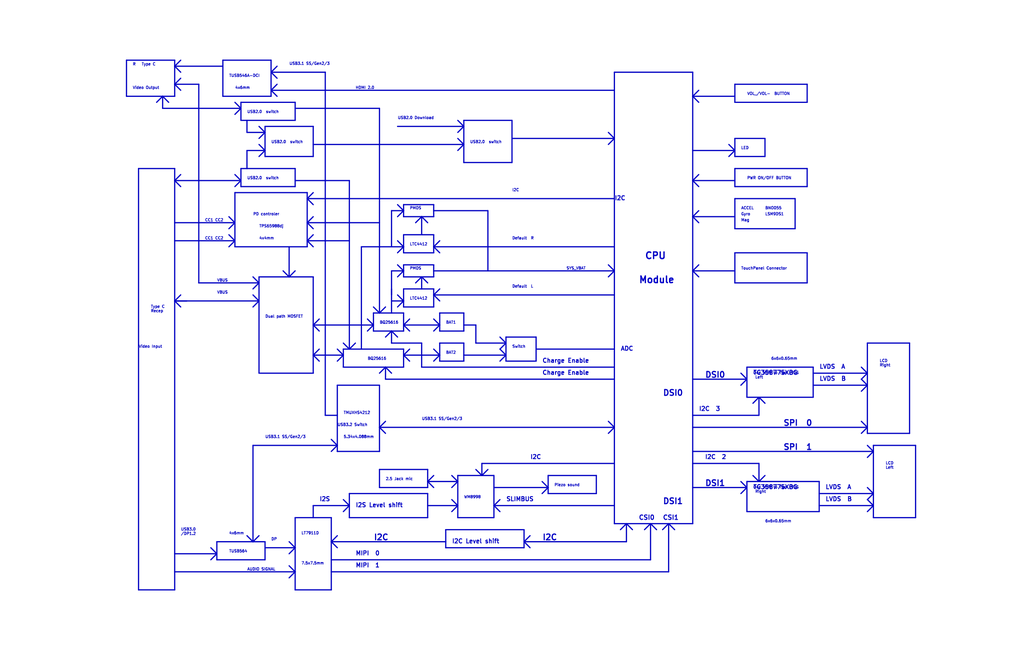
<source format=kicad_sch>
(kicad_sch (version 20211123) (generator eeschema)
  (paper "USLedger")
  (lib_symbols)
  (polyline (pts (xy 165.1 114.3) (xy 165.1 124.46)) (stroke (width 0.508) (type solid)))
  (polyline (pts (xy 365.76 162.56) (xy 363.22 165.1)) (stroke (width 0.508) (type solid)))
  (polyline (pts (xy 165.1 139.7) (xy 165.1 144.78)) (stroke (width 0.508) (type solid)))
  (polyline (pts (xy 182.88 147.32) (xy 185.42 149.86)) (stroke (width 0.508) (type solid)))
  (polyline (pts (xy 292.1 114.3) (xy 294.64 116.84)) (stroke (width 0.508) (type solid)))
  (polyline (pts (xy 101.6 78.74) (xy 124.46 78.74)) (stroke (width 0.508) (type solid)))
  (polyline (pts (xy 106.68 187.96) (xy 142.24 187.96)) (stroke (width 0.508) (type solid)))
  (polyline (pts (xy 205.74 88.9) (xy 205.74 114.3)) (stroke (width 0.508) (type solid)))
  (polyline (pts (xy 292.1 114.3) (xy 309.88 114.3)) (stroke (width 0.508) (type solid)))
  (polyline (pts (xy 292.1 175.26) (xy 320.04 175.26)) (stroke (width 0.508) (type solid)))
  (polyline (pts (xy 312.42 157.48) (xy 314.96 160.02)) (stroke (width 0.508) (type solid)))
  (polyline (pts (xy 182.88 124.46) (xy 185.42 127)) (stroke (width 0.508) (type solid)))
  (polyline (pts (xy 170.18 91.44) (xy 170.18 86.36)) (stroke (width 0.508) (type solid)))
  (polyline (pts (xy 111.76 63.5) (xy 109.22 60.96)) (stroke (width 0.508) (type solid)))
  (polyline (pts (xy 162.56 129.54) (xy 160.02 132.08)) (stroke (width 0.508) (type solid)))
  (polyline (pts (xy 53.34 40.64) (xy 73.66 40.64)) (stroke (width 0.508) (type solid)))
  (polyline (pts (xy 132.08 86.36) (xy 129.54 83.82)) (stroke (width 0.508) (type solid)))
  (polyline (pts (xy 162.56 154.94) (xy 160.02 157.48)) (stroke (width 0.508) (type solid)))
  (polyline (pts (xy 147.32 218.44) (xy 147.32 208.28)) (stroke (width 0.508) (type solid)))
  (polyline (pts (xy 101.6 45.72) (xy 99.06 48.26)) (stroke (width 0.508) (type solid)))
  (polyline (pts (xy 147.32 218.44) (xy 180.34 218.44)) (stroke (width 0.508) (type solid)))
  (polyline (pts (xy 124.46 248.92) (xy 124.46 218.44)) (stroke (width 0.508) (type solid)))
  (polyline (pts (xy 139.7 241.3) (xy 281.94 241.3)) (stroke (width 0.508) (type solid)))
  (polyline (pts (xy 363.22 177.8) (xy 365.76 180.34)) (stroke (width 0.508) (type solid)))
  (polyline (pts (xy 182.88 99.06) (xy 170.18 99.06)) (stroke (width 0.508) (type solid)))
  (polyline (pts (xy 177.8 116.84) (xy 175.26 119.38)) (stroke (width 0.508) (type solid)))
  (polyline (pts (xy 132.08 116.84) (xy 132.08 157.48)) (stroke (width 0.508) (type solid)))
  (polyline (pts (xy 195.58 60.96) (xy 193.04 58.42)) (stroke (width 0.508) (type solid)))
  (polyline (pts (xy 208.28 213.36) (xy 210.82 215.9)) (stroke (width 0.508) (type solid)))
  (polyline (pts (xy 111.76 231.14) (xy 124.46 231.14)) (stroke (width 0.508) (type solid)))
  (polyline (pts (xy 58.42 248.92) (xy 58.42 71.12)) (stroke (width 0.508) (type solid)))
  (polyline (pts (xy 177.8 91.44) (xy 180.34 93.98)) (stroke (width 0.508) (type solid)))
  (polyline (pts (xy 73.66 93.98) (xy 99.06 93.98)) (stroke (width 0.508) (type solid)))
  (polyline (pts (xy 111.76 55.88) (xy 109.22 58.42)) (stroke (width 0.508) (type solid)))
  (polyline (pts (xy 132.08 91.44) (xy 129.54 93.98)) (stroke (width 0.508) (type solid)))
  (polyline (pts (xy 180.34 198.12) (xy 160.02 198.12)) (stroke (width 0.508) (type solid)))
  (polyline (pts (xy 226.06 147.32) (xy 259.08 147.32)) (stroke (width 0.508) (type solid)))
  (polyline (pts (xy 345.44 203.2) (xy 345.44 215.9)) (stroke (width 0.508) (type solid)))
  (polyline (pts (xy 139.7 236.22) (xy 274.32 236.22)) (stroke (width 0.508) (type solid)))
  (polyline (pts (xy 281.94 220.98) (xy 279.4 223.52)) (stroke (width 0.508) (type solid)))
  (polyline (pts (xy 132.08 213.36) (xy 132.08 218.44)) (stroke (width 0.508) (type solid)))
  (polyline (pts (xy 76.2 25.4) (xy 73.66 27.94)) (stroke (width 0.508) (type solid)))
  (polyline (pts (xy 365.76 180.34) (xy 363.22 182.88)) (stroke (width 0.508) (type solid)))
  (polyline (pts (xy 73.66 101.6) (xy 99.06 101.6)) (stroke (width 0.508) (type solid)))
  (polyline (pts (xy 195.58 132.08) (xy 185.42 132.08)) (stroke (width 0.508) (type solid)))
  (polyline (pts (xy 182.88 104.14) (xy 185.42 106.68)) (stroke (width 0.508) (type solid)))
  (polyline (pts (xy 185.42 139.7) (xy 185.42 132.08)) (stroke (width 0.508) (type solid)))
  (polyline (pts (xy 170.18 104.14) (xy 167.64 106.68)) (stroke (width 0.508) (type solid)))
  (polyline (pts (xy 114.3 30.48) (xy 137.16 30.48)) (stroke (width 0.508) (type solid)))
  (polyline (pts (xy 149.86 144.78) (xy 147.32 147.32)) (stroke (width 0.508) (type solid)))
  (polyline (pts (xy 162.56 177.8) (xy 160.02 180.34)) (stroke (width 0.508) (type solid)))
  (polyline (pts (xy 177.8 121.92) (xy 177.8 116.84)) (stroke (width 0.508) (type solid)))
  (polyline (pts (xy 220.98 228.6) (xy 223.52 231.14)) (stroke (width 0.508) (type solid)))
  (polyline (pts (xy 322.58 58.42) (xy 322.58 66.04)) (stroke (width 0.508) (type solid)))
  (polyline (pts (xy 96.52 99.06) (xy 99.06 101.6)) (stroke (width 0.508) (type solid)))
  (polyline (pts (xy 292.1 76.2) (xy 309.88 76.2)) (stroke (width 0.508) (type solid)))
  (polyline (pts (xy 124.46 43.18) (xy 101.6 43.18)) (stroke (width 0.508) (type solid)))
  (polyline (pts (xy 309.88 78.74) (xy 309.88 71.12)) (stroke (width 0.508) (type solid)))
  (polyline (pts (xy 170.18 116.84) (xy 170.18 111.76)) (stroke (width 0.508) (type solid)))
  (polyline (pts (xy 124.46 71.12) (xy 124.46 78.74)) (stroke (width 0.508) (type solid)))
  (polyline (pts (xy 170.18 114.3) (xy 167.64 116.84)) (stroke (width 0.508) (type solid)))
  (polyline (pts (xy 160.02 180.34) (xy 162.56 182.88)) (stroke (width 0.508) (type solid)))
  (polyline (pts (xy 309.88 43.18) (xy 340.36 43.18)) (stroke (width 0.508) (type solid)))
  (polyline (pts (xy 309.88 96.52) (xy 335.28 96.52)) (stroke (width 0.508) (type solid)))
  (polyline (pts (xy 111.76 66.04) (xy 111.76 53.34)) (stroke (width 0.508) (type solid)))
  (polyline (pts (xy 274.32 220.98) (xy 271.78 223.52)) (stroke (width 0.508) (type solid)))
  (polyline (pts (xy 314.96 205.74) (xy 312.42 208.28)) (stroke (width 0.508) (type solid)))
  (polyline (pts (xy 180.34 213.36) (xy 193.04 213.36)) (stroke (width 0.508) (type solid)))
  (polyline (pts (xy 208.28 213.36) (xy 259.08 213.36)) (stroke (width 0.508) (type solid)))
  (polyline (pts (xy 142.24 190.5) (xy 160.02 190.5)) (stroke (width 0.508) (type solid)))
  (polyline (pts (xy 170.18 147.32) (xy 144.78 147.32)) (stroke (width 0.508) (type solid)))
  (polyline (pts (xy 111.76 55.88) (xy 109.22 53.34)) (stroke (width 0.508) (type solid)))
  (polyline (pts (xy 340.36 71.12) (xy 340.36 78.74)) (stroke (width 0.508) (type solid)))
  (polyline (pts (xy 165.1 114.3) (xy 170.18 114.3)) (stroke (width 0.508) (type solid)))
  (polyline (pts (xy 180.34 203.2) (xy 193.04 203.2)) (stroke (width 0.508) (type solid)))
  (polyline (pts (xy 368.3 208.28) (xy 365.76 210.82)) (stroke (width 0.508) (type solid)))
  (polyline (pts (xy 259.08 220.98) (xy 292.1 220.98)) (stroke (width 0.508) (type solid)))
  (polyline (pts (xy 314.96 215.9) (xy 345.44 215.9)) (stroke (width 0.508) (type solid)))
  (polyline (pts (xy 170.18 149.86) (xy 172.72 152.4)) (stroke (width 0.508) (type solid)))
  (polyline (pts (xy 314.96 167.64) (xy 314.96 154.94)) (stroke (width 0.508) (type solid)))
  (polyline (pts (xy 116.84 33.02) (xy 114.3 30.48)) (stroke (width 0.508) (type solid)))
  (polyline (pts (xy 170.18 129.54) (xy 182.88 129.54)) (stroke (width 0.508) (type solid)))
  (polyline (pts (xy 58.42 248.92) (xy 73.66 248.92)) (stroke (width 0.508) (type solid)))
  (polyline (pts (xy 124.46 45.72) (xy 160.02 45.72)) (stroke (width 0.508) (type solid)))
  (polyline (pts (xy 132.08 104.14) (xy 129.54 101.6)) (stroke (width 0.508) (type solid)))
  (polyline (pts (xy 177.8 116.84) (xy 180.34 119.38)) (stroke (width 0.508) (type solid)))
  (polyline (pts (xy 73.66 76.2) (xy 101.6 76.2)) (stroke (width 0.508) (type solid)))
  (polyline (pts (xy 365.76 157.48) (xy 363.22 160.02)) (stroke (width 0.508) (type solid)))
  (polyline (pts (xy 180.34 208.28) (xy 147.32 208.28)) (stroke (width 0.508) (type solid)))
  (polyline (pts (xy 259.08 58.42) (xy 256.54 55.88)) (stroke (width 0.508) (type solid)))
  (polyline (pts (xy 167.64 101.6) (xy 170.18 104.14)) (stroke (width 0.508) (type solid)))
  (polyline (pts (xy 195.58 144.78) (xy 185.42 144.78)) (stroke (width 0.508) (type solid)))
  (polyline (pts (xy 116.84 35.56) (xy 114.3 38.1)) (stroke (width 0.508) (type solid)))
  (polyline (pts (xy 132.08 81.28) (xy 129.54 83.82)) (stroke (width 0.508) (type solid)))
  (polyline (pts (xy 73.66 27.94) (xy 76.2 30.48)) (stroke (width 0.508) (type solid)))
  (polyline (pts (xy 167.64 111.76) (xy 170.18 114.3)) (stroke (width 0.508) (type solid)))
  (polyline (pts (xy 99.06 104.14) (xy 129.54 104.14)) (stroke (width 0.508) (type solid)))
  (polyline (pts (xy 264.16 228.6) (xy 264.16 220.98)) (stroke (width 0.508) (type solid)))
  (polyline (pts (xy 208.28 200.66) (xy 193.04 200.66)) (stroke (width 0.508) (type solid)))
  (polyline (pts (xy 134.62 134.62) (xy 132.08 137.16)) (stroke (width 0.508) (type solid)))
  (polyline (pts (xy 340.36 71.12) (xy 309.88 71.12)) (stroke (width 0.508) (type solid)))
  (polyline (pts (xy 132.08 60.96) (xy 195.58 60.96)) (stroke (width 0.508) (type solid)))
  (polyline (pts (xy 185.42 139.7) (xy 195.58 139.7)) (stroke (width 0.508) (type solid)))
  (polyline (pts (xy 132.08 137.16) (xy 157.48 137.16)) (stroke (width 0.508) (type solid)))
  (polyline (pts (xy 182.88 88.9) (xy 205.74 88.9)) (stroke (width 0.508) (type solid)))
  (polyline (pts (xy 314.96 215.9) (xy 314.96 203.2)) (stroke (width 0.508) (type solid)))
  (polyline (pts (xy 114.3 25.4) (xy 114.3 40.64)) (stroke (width 0.508) (type solid)))
  (polyline (pts (xy 111.76 63.5) (xy 109.22 66.04)) (stroke (width 0.508) (type solid)))
  (polyline (pts (xy 208.28 200.66) (xy 208.28 218.44)) (stroke (width 0.508) (type solid)))
  (polyline (pts (xy 124.46 114.3) (xy 121.92 116.84)) (stroke (width 0.508) (type solid)))
  (polyline (pts (xy 121.92 228.6) (xy 124.46 231.14)) (stroke (width 0.508) (type solid)))
  (polyline (pts (xy 185.42 121.92) (xy 182.88 124.46)) (stroke (width 0.508) (type solid)))
  (polyline (pts (xy 182.88 111.76) (xy 170.18 111.76)) (stroke (width 0.508) (type solid)))
  (polyline (pts (xy 142.24 190.5) (xy 142.24 162.56)) (stroke (width 0.508) (type solid)))
  (polyline (pts (xy 314.96 160.02) (xy 312.42 162.56)) (stroke (width 0.508) (type solid)))
  (polyline (pts (xy 177.8 154.94) (xy 259.08 154.94)) (stroke (width 0.508) (type solid)))
  (polyline (pts (xy 312.42 203.2) (xy 314.96 205.74)) (stroke (width 0.508) (type solid)))
  (polyline (pts (xy 170.18 132.08) (xy 170.18 139.7)) (stroke (width 0.508) (type solid)))
  (polyline (pts (xy 182.88 124.46) (xy 259.08 124.46)) (stroke (width 0.508) (type solid)))
  (polyline (pts (xy 292.1 30.48) (xy 292.1 220.98)) (stroke (width 0.508) (type solid)))
  (polyline (pts (xy 292.1 63.5) (xy 309.88 63.5)) (stroke (width 0.508) (type solid)))
  (polyline (pts (xy 281.94 220.98) (xy 284.48 223.52)) (stroke (width 0.508) (type solid)))
  (polyline (pts (xy 73.66 233.68) (xy 91.44 233.68)) (stroke (width 0.508) (type solid)))
  (polyline (pts (xy 309.88 66.04) (xy 309.88 58.42)) (stroke (width 0.508) (type solid)))
  (polyline (pts (xy 170.18 91.44) (xy 182.88 91.44)) (stroke (width 0.508) (type solid)))
  (polyline (pts (xy 109.22 157.48) (xy 109.22 116.84)) (stroke (width 0.508) (type solid)))
  (polyline (pts (xy 294.64 88.9) (xy 292.1 91.44)) (stroke (width 0.508) (type solid)))
  (polyline (pts (xy 111.76 66.04) (xy 132.08 66.04)) (stroke (width 0.508) (type solid)))
  (polyline (pts (xy 322.58 58.42) (xy 309.88 58.42)) (stroke (width 0.508) (type solid)))
  (polyline (pts (xy 292.1 160.02) (xy 314.96 160.02)) (stroke (width 0.508) (type solid)))
  (polyline (pts (xy 342.9 162.56) (xy 365.76 162.56)) (stroke (width 0.508) (type solid)))
  (polyline (pts (xy 129.54 101.6) (xy 147.32 101.6)) (stroke (width 0.508) (type solid)))
  (polyline (pts (xy 180.34 203.2) (xy 182.88 205.74)) (stroke (width 0.508) (type solid)))
  (polyline (pts (xy 132.08 53.34) (xy 132.08 66.04)) (stroke (width 0.508) (type solid)))
  (polyline (pts (xy 129.54 81.28) (xy 99.06 81.28)) (stroke (width 0.508) (type solid)))
  (polyline (pts (xy 208.28 205.74) (xy 231.14 205.74)) (stroke (width 0.508) (type solid)))
  (polyline (pts (xy 340.36 106.68) (xy 309.88 106.68)) (stroke (width 0.508) (type solid)))
  (polyline (pts (xy 91.44 233.68) (xy 88.9 231.14)) (stroke (width 0.508) (type solid)))
  (polyline (pts (xy 292.1 180.34) (xy 365.76 180.34)) (stroke (width 0.508) (type solid)))
  (polyline (pts (xy 292.1 40.64) (xy 309.88 40.64)) (stroke (width 0.508) (type solid)))
  (polyline (pts (xy 210.82 142.24) (xy 213.36 144.78)) (stroke (width 0.508) (type solid)))
  (polyline (pts (xy 172.72 134.62) (xy 170.18 137.16)) (stroke (width 0.508) (type solid)))
  (polyline (pts (xy 104.14 55.88) (xy 111.76 55.88)) (stroke (width 0.508) (type solid)))
  (polyline (pts (xy 83.82 35.56) (xy 83.82 119.38)) (stroke (width 0.508) (type solid)))
  (polyline (pts (xy 152.4 147.32) (xy 152.4 104.14)) (stroke (width 0.508) (type solid)))
  (polyline (pts (xy 182.88 134.62) (xy 185.42 137.16)) (stroke (width 0.508) (type solid)))
  (polyline (pts (xy 182.88 121.92) (xy 170.18 121.92)) (stroke (width 0.508) (type solid)))
  (polyline (pts (xy 124.46 76.2) (xy 147.32 76.2)) (stroke (width 0.508) (type solid)))
  (polyline (pts (xy 167.64 124.46) (xy 170.18 127)) (stroke (width 0.508) (type solid)))
  (polyline (pts (xy 215.9 50.8) (xy 215.9 68.58)) (stroke (width 0.508) (type solid)))
  (polyline (pts (xy 292.1 76.2) (xy 294.64 78.74)) (stroke (width 0.508) (type solid)))
  (polyline (pts (xy 200.66 198.12) (xy 203.2 200.66)) (stroke (width 0.508) (type solid)))
  (polyline (pts (xy 152.4 104.14) (xy 170.18 104.14)) (stroke (width 0.508) (type solid)))
  (polyline (pts (xy 157.48 137.16) (xy 154.94 139.7)) (stroke (width 0.508) (type solid)))
  (polyline (pts (xy 144.78 154.94) (xy 144.78 147.32)) (stroke (width 0.508) (type solid)))
  (polyline (pts (xy 101.6 76.2) (xy 99.06 78.74)) (stroke (width 0.508) (type solid)))
  (polyline (pts (xy 104.14 63.5) (xy 104.14 71.12)) (stroke (width 0.508) (type solid)))
  (polyline (pts (xy 195.58 53.34) (xy 193.04 50.8)) (stroke (width 0.508) (type solid)))
  (polyline (pts (xy 73.66 71.12) (xy 58.42 71.12)) (stroke (width 0.508) (type solid)))
  (polyline (pts (xy 76.2 124.46) (xy 73.66 127)) (stroke (width 0.508) (type solid)))
  (polyline (pts (xy 345.44 213.36) (xy 368.3 213.36)) (stroke (width 0.508) (type solid)))
  (polyline (pts (xy 73.66 241.3) (xy 124.46 241.3)) (stroke (width 0.508) (type solid)))
  (polyline (pts (xy 83.82 119.38) (xy 109.22 119.38)) (stroke (width 0.508) (type solid)))
  (polyline (pts (xy 340.36 35.56) (xy 309.88 35.56)) (stroke (width 0.508) (type solid)))
  (polyline (pts (xy 167.64 86.36) (xy 170.18 88.9)) (stroke (width 0.508) (type solid)))
  (polyline (pts (xy 193.04 203.2) (xy 190.5 200.66)) (stroke (width 0.508) (type solid)))
  (polyline (pts (xy 170.18 147.32) (xy 170.18 154.94)) (stroke (width 0.508) (type solid)))
  (polyline (pts (xy 68.58 45.72) (xy 101.6 45.72)) (stroke (width 0.508) (type solid)))
  (polyline (pts (xy 91.44 233.68) (xy 88.9 236.22)) (stroke (width 0.508) (type solid)))
  (polyline (pts (xy 322.58 200.66) (xy 320.04 203.2)) (stroke (width 0.508) (type solid)))
  (polyline (pts (xy 200.66 144.78) (xy 213.36 144.78)) (stroke (width 0.508) (type solid)))
  (polyline (pts (xy 124.46 43.18) (xy 124.46 50.8)) (stroke (width 0.508) (type solid)))
  (polyline (pts (xy 294.64 73.66) (xy 292.1 76.2)) (stroke (width 0.508) (type solid)))
  (polyline (pts (xy 109.22 119.38) (xy 106.68 121.92)) (stroke (width 0.508) (type solid)))
  (polyline (pts (xy 264.16 220.98) (xy 266.7 223.52)) (stroke (width 0.508) (type solid)))
  (polyline (pts (xy 139.7 218.44) (xy 139.7 248.92)) (stroke (width 0.508) (type solid)))
  (polyline (pts (xy 213.36 152.4) (xy 226.06 152.4)) (stroke (width 0.508) (type solid)))
  (polyline (pts (xy 368.3 213.36) (xy 365.76 215.9)) (stroke (width 0.508) (type solid)))
  (polyline (pts (xy 124.46 241.3) (xy 121.92 243.84)) (stroke (width 0.508) (type solid)))
  (polyline (pts (xy 109.22 157.48) (xy 132.08 157.48)) (stroke (width 0.508) (type solid)))
  (polyline (pts (xy 309.88 96.52) (xy 309.88 83.82)) (stroke (width 0.508) (type solid)))
  (polyline (pts (xy 165.1 139.7) (xy 167.64 142.24)) (stroke (width 0.508) (type solid)))
  (polyline (pts (xy 132.08 116.84) (xy 109.22 116.84)) (stroke (width 0.508) (type solid)))
  (polyline (pts (xy 114.3 38.1) (xy 259.08 38.1)) (stroke (width 0.508) (type solid)))
  (polyline (pts (xy 213.36 152.4) (xy 213.36 142.24)) (stroke (width 0.508) (type solid)))
  (polyline (pts (xy 170.18 127) (xy 167.64 129.54)) (stroke (width 0.508) (type solid)))
  (polyline (pts (xy 228.6 203.2) (xy 231.14 205.74)) (stroke (width 0.508) (type solid)))
  (polyline (pts (xy 170.18 132.08) (xy 157.48 132.08)) (stroke (width 0.508) (type solid)))
  (polyline (pts (xy 160.02 205.74) (xy 160.02 198.12)) (stroke (width 0.508) (type solid)))
  (polyline (pts (xy 101.6 50.8) (xy 124.46 50.8)) (stroke (width 0.508) (type solid)))
  (polyline (pts (xy 220.98 228.6) (xy 264.16 228.6)) (stroke (width 0.508) (type solid)))
  (polyline (pts (xy 170.18 149.86) (xy 185.42 149.86)) (stroke (width 0.508) (type solid)))
  (polyline (pts (xy 365.76 210.82) (xy 368.3 213.36)) (stroke (width 0.508) (type solid)))
  (polyline (pts (xy 292.1 91.44) (xy 309.88 91.44)) (stroke (width 0.508) (type solid)))
  (polyline (pts (xy 182.88 86.36) (xy 170.18 86.36)) (stroke (width 0.508) (type solid)))
  (polyline (pts (xy 99.06 101.6) (xy 96.52 104.14)) (stroke (width 0.508) (type solid)))
  (polyline (pts (xy 185.42 101.6) (xy 182.88 104.14)) (stroke (width 0.508) (type solid)))
  (polyline (pts (xy 177.8 144.78) (xy 177.8 154.94)) (stroke (width 0.508) (type solid)))
  (polyline (pts (xy 132.08 149.86) (xy 144.78 149.86)) (stroke (width 0.508) (type solid)))
  (polyline (pts (xy 193.04 218.44) (xy 208.28 218.44)) (stroke (width 0.508) (type solid)))
  (polyline (pts (xy 223.52 226.06) (xy 220.98 228.6)) (stroke (width 0.508) (type solid)))
  (polyline (pts (xy 182.88 86.36) (xy 182.88 91.44)) (stroke (width 0.508) (type solid)))
  (polyline (pts (xy 195.58 68.58) (xy 195.58 50.8)) (stroke (width 0.508) (type solid)))
  (polyline (pts (xy 195.58 60.96) (xy 193.04 63.5)) (stroke (width 0.508) (type solid)))
  (polyline (pts (xy 170.18 106.68) (xy 182.88 106.68)) (stroke (width 0.508) (type solid)))
  (polyline (pts (xy 215.9 50.8) (xy 195.58 50.8)) (stroke (width 0.508) (type solid)))
  (polyline (pts (xy 220.98 223.52) (xy 187.96 223.52)) (stroke (width 0.508) (type solid)))
  (polyline (pts (xy 124.46 248.92) (xy 139.7 248.92)) (stroke (width 0.508) (type solid)))
  (polyline (pts (xy 340.36 106.68) (xy 340.36 119.38)) (stroke (width 0.508) (type solid)))
  (polyline (pts (xy 220.98 223.52) (xy 220.98 231.14)) (stroke (width 0.508) (type solid)))
  (polyline (pts (xy 73.66 25.4) (xy 73.66 40.64)) (stroke (width 0.508) (type solid)))
  (polyline (pts (xy 109.22 127) (xy 106.68 129.54)) (stroke (width 0.508) (type solid)))
  (polyline (pts (xy 68.58 40.64) (xy 71.12 43.18)) (stroke (width 0.508) (type solid)))
  (polyline (pts (xy 170.18 129.54) (xy 170.18 121.92)) (stroke (width 0.508) (type solid)))
  (polyline (pts (xy 132.08 53.34) (xy 111.76 53.34)) (stroke (width 0.508) (type solid)))
  (polyline (pts (xy 210.82 147.32) (xy 213.36 149.86)) (stroke (width 0.508) (type solid)))
  (polyline (pts (xy 292.1 30.48) (xy 259.08 30.48)) (stroke (width 0.508) (type solid)))
  (polyline (pts (xy 160.02 132.08) (xy 160.02 45.72)) (stroke (width 0.508) (type solid)))
  (polyline (pts (xy 368.3 218.44) (xy 368.3 187.96)) (stroke (width 0.508) (type solid)))
  (polyline (pts (xy 292.1 91.44) (xy 294.64 93.98)) (stroke (width 0.508) (type solid)))
  (polyline (pts (xy 165.1 139.7) (xy 162.56 142.24)) (stroke (width 0.508) (type solid)))
  (polyline (pts (xy 365.76 182.88) (xy 383.54 182.88)) (stroke (width 0.508) (type solid)))
  (polyline (pts (xy 345.44 203.2) (xy 314.96 203.2)) (stroke (width 0.508) (type solid)))
  (polyline (pts (xy 134.62 139.7) (xy 132.08 137.16)) (stroke (width 0.508) (type solid)))
  (polyline (pts (xy 259.08 114.3) (xy 182.88 114.3)) (stroke (width 0.508) (type solid)))
  (polyline (pts (xy 165.1 121.92) (xy 165.1 132.08)) (stroke (width 0.508) (type solid)))
  (polyline (pts (xy 264.16 220.98) (xy 261.62 223.52)) (stroke (width 0.508) (type solid)))
  (polyline (pts (xy 101.6 76.2) (xy 99.06 73.66)) (stroke (width 0.508) (type solid)))
  (polyline (pts (xy 172.72 147.32) (xy 170.18 149.86)) (stroke (width 0.508) (type solid)))
  (polyline (pts (xy 210.82 210.82) (xy 208.28 213.36)) (stroke (width 0.508) (type solid)))
  (polyline (pts (xy 200.66 137.16) (xy 200.66 144.78)) (stroke (width 0.508) (type solid)))
  (polyline (pts (xy 170.18 137.16) (xy 185.42 137.16)) (stroke (width 0.508) (type solid)))
  (polyline (pts (xy 274.32 220.98) (xy 276.86 223.52)) (stroke (width 0.508) (type solid)))
  (polyline (pts (xy 363.22 154.94) (xy 365.76 157.48)) (stroke (width 0.508) (type solid)))
  (polyline (pts (xy 185.42 152.4) (xy 185.42 144.78)) (stroke (width 0.508) (type solid)))
  (polyline (pts (xy 342.9 157.48) (xy 365.76 157.48)) (stroke (width 0.508) (type solid)))
  (polyline (pts (xy 147.32 213.36) (xy 144.78 215.9)) (stroke (width 0.508) (type solid)))
  (polyline (pts (xy 294.64 111.76) (xy 292.1 114.3)) (stroke (width 0.508) (type solid)))
  (polyline (pts (xy 160.02 162.56) (xy 160.02 190.5)) (stroke (width 0.508) (type solid)))
  (polyline (pts (xy 68.58 40.64) (xy 68.58 45.72)) (stroke (width 0.508) (type solid)))
  (polyline (pts (xy 162.56 154.94) (xy 165.1 157.48)) (stroke (width 0.508) (type solid)))
  (polyline (pts (xy 320.04 195.58) (xy 320.04 203.2)) (stroke (width 0.508) (type solid)))
  (polyline (pts (xy 195.58 144.78) (xy 195.58 152.4)) (stroke (width 0.508) (type solid)))
  (polyline (pts (xy 101.6 50.8) (xy 101.6 43.18)) (stroke (width 0.508) (type solid)))
  (polyline (pts (xy 195.58 68.58) (xy 215.9 68.58)) (stroke (width 0.508) (type solid)))
  (polyline (pts (xy 104.14 50.8) (xy 104.14 55.88)) (stroke (width 0.508) (type solid)))
  (polyline (pts (xy 292.1 190.5) (xy 368.3 190.5)) (stroke (width 0.508) (type solid)))
  (polyline (pts (xy 165.1 88.9) (xy 165.1 104.14)) (stroke (width 0.508) (type solid)))
  (polyline (pts (xy 129.54 93.98) (xy 160.02 93.98)) (stroke (width 0.508) (type solid)))
  (polyline (pts (xy 137.16 175.26) (xy 142.24 175.26)) (stroke (width 0.508) (type solid)))
  (polyline (pts (xy 96.52 91.44) (xy 99.06 93.98)) (stroke (width 0.508) (type solid)))
  (polyline (pts (xy 383.54 144.78) (xy 365.76 144.78)) (stroke (width 0.508) (type solid)))
  (polyline (pts (xy 93.98 40.64) (xy 93.98 25.4)) (stroke (width 0.508) (type solid)))
  (polyline (pts (xy 185.42 137.16) (xy 182.88 139.7)) (stroke (width 0.508) (type solid)))
  (polyline (pts (xy 195.58 137.16) (xy 200.66 137.16)) (stroke (width 0.508) (type solid)))
  (polyline (pts (xy 73.66 71.12) (xy 73.66 248.92)) (stroke (width 0.508) (type solid)))
  (polyline (pts (xy 157.48 129.54) (xy 160.02 132.08)) (stroke (width 0.508) (type solid)))
  (polyline (pts (xy 144.78 149.86) (xy 142.24 152.4)) (stroke (width 0.508) (type solid)))
  (polyline (pts (xy 104.14 226.06) (xy 106.68 228.6)) (stroke (width 0.508) (type solid)))
  (polyline (pts (xy 160.02 162.56) (xy 142.24 162.56)) (stroke (width 0.508) (type solid)))
  (polyline (pts (xy 340.36 35.56) (xy 340.36 43.18)) (stroke (width 0.508) (type solid)))
  (polyline (pts (xy 177.8 91.44) (xy 175.26 93.98)) (stroke (width 0.508) (type solid)))
  (polyline (pts (xy 309.88 63.5) (xy 307.34 60.96)) (stroke (width 0.508) (type solid)))
  (polyline (pts (xy 111.76 228.6) (xy 91.44 228.6)) (stroke (width 0.508) (type solid)))
  (polyline (pts (xy 309.88 119.38) (xy 309.88 106.68)) (stroke (width 0.508) (type solid)))
  (polyline (pts (xy 320.04 167.64) (xy 322.58 170.18)) (stroke (width 0.508) (type solid)))
  (polyline (pts (xy 182.88 104.14) (xy 259.08 104.14)) (stroke (width 0.508) (type solid)))
  (polyline (pts (xy 162.56 160.02) (xy 259.08 160.02)) (stroke (width 0.508) (type solid)))
  (polyline (pts (xy 335.28 83.82) (xy 309.88 83.82)) (stroke (width 0.508) (type solid)))
  (polyline (pts (xy 91.44 236.22) (xy 111.76 236.22)) (stroke (width 0.508) (type solid)))
  (polyline (pts (xy 139.7 228.6) (xy 142.24 231.14)) (stroke (width 0.508) (type solid)))
  (polyline (pts (xy 309.88 43.18) (xy 309.88 35.56)) (stroke (width 0.508) (type solid)))
  (polyline (pts (xy 114.3 25.4) (xy 93.98 25.4)) (stroke (width 0.508) (type solid)))
  (polyline (pts (xy 93.98 40.64) (xy 114.3 40.64)) (stroke (width 0.508) (type solid)))
  (polyline (pts (xy 215.9 58.42) (xy 259.08 58.42)) (stroke (width 0.508) (type solid)))
  (polyline (pts (xy 142.24 226.06) (xy 139.7 228.6)) (stroke (width 0.508) (type solid)))
  (polyline (pts (xy 137.16 30.48) (xy 137.16 175.26)) (stroke (width 0.508) (type solid)))
  (polyline (pts (xy 101.6 78.74) (xy 101.6 71.12)) (stroke (width 0.508) (type solid)))
  (polyline (pts (xy 162.56 154.94) (xy 162.56 160.02)) (stroke (width 0.508) (type solid)))
  (polyline (pts (xy 259.08 220.98) (xy 259.08 30.48)) (stroke (width 0.508) (type solid)))
  (polyline (pts (xy 231.14 208.28) (xy 231.14 200.66)) (stroke (width 0.508) (type solid)))
  (polyline (pts (xy 73.66 35.56) (xy 76.2 38.1)) (stroke (width 0.508) (type solid)))
  (polyline (pts (xy 180.34 208.28) (xy 180.34 218.44)) (stroke (width 0.508) (type solid)))
  (polyline (pts (xy 121.92 238.76) (xy 124.46 241.3)) (stroke (width 0.508) (type solid)))
  (polyline (pts (xy 203.2 195.58) (xy 203.2 200.66)) (stroke (width 0.508) (type solid)))
  (polyline (pts (xy 383.54 144.78) (xy 383.54 182.88)) (stroke (width 0.508) (type solid)))
  (polyline (pts (xy 76.2 73.66) (xy 73.66 76.2)) (stroke (width 0.508) (type solid)))
  (polyline (pts (xy 182.88 121.92) (xy 182.88 129.54)) (stroke (width 0.508) (type solid)))
  (polyline (pts (xy 317.5 200.66) (xy 320.04 203.2)) (stroke (width 0.508) (type solid)))
  (polyline (pts (xy 53.34 40.64) (xy 53.34 25.4)) (stroke (width 0.508) (type solid)))
  (polyline (pts (xy 231.14 205.74) (xy 228.6 208.28)) (stroke (width 0.508) (type solid)))
  (polyline (pts (xy 292.1 40.64) (xy 294.64 43.18)) (stroke (width 0.508) (type solid)))
  (polyline (pts (xy 170.18 137.16) (xy 172.72 139.7)) (stroke (width 0.508) (type solid)))
  (polyline (pts (xy 195.58 149.86) (xy 213.36 149.86)) (stroke (width 0.508) (type solid)))
  (polyline (pts (xy 251.46 200.66) (xy 231.14 200.66)) (stroke (width 0.508) (type solid)))
  (polyline (pts (xy 129.54 81.28) (xy 129.54 104.14)) (stroke (width 0.508) (type solid)))
  (polyline (pts (xy 182.88 200.66) (xy 180.34 203.2)) (stroke (width 0.508) (type solid)))
  (polyline (pts (xy 185.42 149.86) (xy 182.88 152.4)) (stroke (width 0.508) (type solid)))
  (polyline (pts (xy 342.9 154.94) (xy 342.9 167.64)) (stroke (width 0.508) (type solid)))
  (polyline (pts (xy 185.42 152.4) (xy 195.58 152.4)) (stroke (width 0.508) (type solid)))
  (polyline (pts (xy 314.96 167.64) (xy 342.9 167.64)) (stroke (width 0.508) (type solid)))
  (polyline (pts (xy 170.18 106.68) (xy 170.18 99.06)) (stroke (width 0.508) (type solid)))
  (polyline (pts (xy 170.18 88.9) (xy 165.1 88.9)) (stroke (width 0.508) (type solid)))
  (polyline (pts (xy 119.38 114.3) (xy 121.92 116.84)) (stroke (width 0.508) (type solid)))
  (polyline (pts (xy 195.58 132.08) (xy 195.58 139.7)) (stroke (width 0.508) (type solid)))
  (polyline (pts (xy 132.08 99.06) (xy 129.54 101.6)) (stroke (width 0.508) (type solid)))
  (polyline (pts (xy 309.88 78.74) (xy 340.36 78.74)) (stroke (width 0.508) (type solid)))
  (polyline (pts (xy 170.18 88.9) (xy 167.64 91.44)) (stroke (width 0.508) (type solid)))
  (polyline (pts (xy 368.3 218.44) (xy 386.08 218.44)) (stroke (width 0.508) (type solid)))
  (polyline (pts (xy 111.76 228.6) (xy 111.76 236.22)) (stroke (width 0.508) (type solid)))
  (polyline (pts (xy 335.28 83.82) (xy 335.28 96.52)) (stroke (width 0.508) (type solid)))
  (polyline (pts (xy 68.58 40.64) (xy 66.04 43.18)) (stroke (width 0.508) (type solid)))
  (polyline (pts (xy 386.08 187.96) (xy 386.08 218.44)) (stroke (width 0.508) (type solid)))
  (polyline (pts (xy 256.54 177.8) (xy 259.08 180.34)) (stroke (width 0.508) (type solid)))
  (polyline (pts (xy 76.2 129.54) (xy 73.66 127)) (stroke (width 0.508) (type solid)))
  (polyline (pts (xy 147.32 213.36) (xy 144.78 210.82)) (stroke (width 0.508) (type solid)))
  (polyline (pts (xy 281.94 220.98) (xy 281.94 241.3)) (stroke (width 0.508) (type solid)))
  (polyline (pts (xy 213.36 149.86) (xy 210.82 152.4)) (stroke (width 0.508) (type solid)))
  (polyline (pts (xy 167.64 53.34) (xy 195.58 53.34)) (stroke (width 0.508) (type solid)))
  (polyline (pts (xy 99.06 93.98) (xy 96.52 96.52)) (stroke (width 0.508) (type solid)))
  (polyline (pts (xy 195.58 53.34) (xy 193.04 55.88)) (stroke (width 0.508) (type solid)))
  (polyline (pts (xy 160.02 180.34) (xy 259.08 180.34)) (stroke (width 0.508) (type solid)))
  (polyline (pts (xy 134.62 147.32) (xy 132.08 149.86)) (stroke (width 0.508) (type solid)))
  (polyline (pts (xy 256.54 111.76) (xy 259.08 114.3)) (stroke (width 0.508) (type solid)))
  (polyline (pts (xy 104.14 63.5) (xy 111.76 63.5)) (stroke (width 0.508) (type solid)))
  (polyline (pts (xy 165.1 144.78) (xy 177.8 144.78)) (stroke (width 0.508) (type solid)))
  (polyline (pts (xy 292.1 205.74) (xy 314.96 205.74)) (stroke (width 0.508) (type solid)))
  (polyline (pts (xy 193.04 203.2) (xy 190.5 205.74)) (stroke (width 0.508) (type solid)))
  (polyline (pts (xy 309.88 66.04) (xy 322.58 66.04)) (stroke (width 0.508) (type solid)))
  (polyline (pts (xy 170.18 116.84) (xy 182.88 116.84)) (stroke (width 0.508) (type solid)))
  (polyline (pts (xy 116.84 40.64) (xy 114.3 38.1)) (stroke (width 0.508) (type solid)))
  (polyline (pts (xy 142.24 187.96) (xy 139.7 185.42)) (stroke (width 0.508) (type solid)))
  (polyline (pts (xy 132.08 213.36) (xy 147.32 213.36)) (stroke (width 0.508) (type solid)))
  (polyline (pts (xy 363.22 160.02) (xy 365.76 162.56)) (stroke (width 0.508) (type solid)))
  (polyline (pts (xy 76.2 78.74) (xy 73.66 76.2)) (stroke (width 0.508) (type solid)))
  (polyline (pts (xy 193.04 213.36) (xy 190.5 210.82)) (stroke (width 0.508) (type solid)))
  (polyline (pts (xy 147.32 147.32) (xy 147.32 76.2)) (stroke (width 0.508) (type solid)))
  (polyline (pts (xy 193.04 213.36) (xy 190.5 215.9)) (stroke (width 0.508) (type solid)))
  (polyline (pts (xy 345.44 208.28) (xy 368.3 208.28)) (stroke (width 0.508) (type solid)))
  (polyline (pts (xy 142.24 147.32) (xy 144.78 149.86)) (stroke (width 0.508) (type solid)))
  (polyline (pts (xy 226.06 142.24) (xy 213.36 142.24)) (stroke (width 0.508) (type solid)))
  (polyline (pts (xy 182.88 99.06) (xy 182.88 106.68)) (stroke (width 0.508) (type solid)))
  (polyline (pts (xy 259.08 180.34) (xy 256.54 182.88)) (stroke (width 0.508) (type solid)))
  (polyline (pts (xy 106.68 228.6) (xy 106.68 187.96)) (stroke (width 0.508) (type solid)))
  (polyline (pts (xy 259.08 114.3) (xy 256.54 116.84)) (stroke (width 0.508) (type solid)))
  (polyline (pts (xy 274.32 236.22) (xy 274.32 220.98)) (stroke (width 0.508) (type solid)))
  (polyline (pts (xy 251.46 200.66) (xy 251.46 208.28)) (stroke (width 0.508) (type solid)))
  (polyline (pts (xy 116.84 27.94) (xy 114.3 30.48)) (stroke (width 0.508) (type solid)))
  (polyline (pts (xy 139.7 228.6) (xy 187.96 228.6)) (stroke (width 0.508) (type solid)))
  (polyline (pts (xy 76.2 33.02) (xy 73.66 35.56)) (stroke (width 0.508) (type solid)))
  (polyline (pts (xy 160.02 205.74) (xy 180.34 205.74)) (stroke (width 0.508) (type solid)))
  (polyline (pts (xy 292.1 195.58) (xy 320.04 195.58)) (stroke (width 0.508) (type solid)))
  (polyline (pts (xy 73.66 25.4) (xy 53.34 25.4)) (stroke (width 0.508) (type solid)))
  (polyline (pts (xy 226.06 142.24) (xy 226.06 152.4)) (stroke (width 0.508) (type solid)))
  (polyline (pts (xy 106.68 124.46) (xy 109.22 127)) (stroke (width 0.508) (type solid)))
  (polyline (pts (xy 193.04 218.44) (xy 193.04 200.66)) (stroke (width 0.508) (type solid)))
  (polyline (pts (xy 109.22 127) (xy 73.66 127)) (stroke (width 0.508) (type solid)))
  (polyline (pts (xy 187.96 231.14) (xy 187.96 223.52)) (stroke (width 0.508) (type solid)))
  (polyline (pts (xy 134.62 152.4) (xy 132.08 149.86)) (stroke (width 0.508) (type solid)))
  (polyline (pts (xy 309.88 63.5) (xy 307.34 66.04)) (stroke (width 0.508) (type solid)))
  (polyline (pts (xy 132.08 96.52) (xy 129.54 93.98)) (stroke (width 0.508) (type solid)))
  (polyline (pts (xy 106.68 116.84) (xy 109.22 119.38)) (stroke (width 0.508) (type solid)))
  (polyline (pts (xy 124.46 71.12) (xy 101.6 71.12)) (stroke (width 0.508) (type solid)))
  (polyline (pts (xy 320.04 167.64) (xy 320.04 175.26)) (stroke (width 0.508) (type solid)))
  (polyline (pts (xy 180.34 198.12) (xy 180.34 205.74)) (stroke (width 0.508) (type solid)))
  (polyline (pts (xy 368.3 190.5) (xy 365.76 193.04)) (stroke (width 0.508) (type solid)))
  (polyline (pts (xy 365.76 187.96) (xy 368.3 190.5)) (stroke (width 0.508) (type solid)))
  (polyline (pts (xy 294.64 38.1) (xy 292.1 40.64)) (stroke (width 0.508) (type solid)))
  (polyline (pts (xy 157.48 139.7) (xy 170.18 139.7)) (stroke (width 0.508) (type solid)))
  (polyline (pts (xy 187.96 231.14) (xy 220.98 231.14)) (stroke (width 0.508) (type solid)))
  (polyline (pts (xy 142.24 187.96) (xy 139.7 190.5)) (stroke (width 0.508) (type solid)))
  (polyline (pts (xy 73.66 127) (xy 78.74 127)) (stroke (width 0.508) (type solid)))
  (polyline (pts (xy 144.78 154.94) (xy 170.18 154.94)) (stroke (width 0.508) (type solid)))
  (polyline (pts (xy 231.14 208.28) (xy 251.46 208.28)) (stroke (width 0.508) (type solid)))
  (polyline (pts (xy 73.66 35.56) (xy 83.82 35.56)) (stroke (width 0.508) (type solid)))
  (polyline (pts (xy 365.76 205.74) (xy 368.3 208.28)) (stroke (width 0.508) (type solid)))
  (polyline (pts (xy 154.94 134.62) (xy 157.48 137.16)) (stroke (width 0.508) (type solid)))
  (polyline (pts (xy 342.9 154.94) (xy 314.96 154.94)) (stroke (width 0.508) (type solid)))
  (polyline (pts (xy 213.36 144.78) (xy 210.82 147.32)) (stroke (width 0.508) (type solid)))
  (polyline (pts (xy 309.88 119.38) (xy 340.36 119.38)) (stroke (width 0.508) (type solid)))
  (polyline (pts (xy 170.18 127) (xy 165.1 127)) (stroke (width 0.508) (type solid)))
  (polyline (pts (xy 144.78 144.78) (xy 147.32 147.32)) (stroke (width 0.508) (type solid)))
  (polyline (pts (xy 365.76 182.88) (xy 365.76 144.78)) (stroke (width 0.508) (type solid)))
  (polyline (pts (xy 157.48 139.7) (xy 157.48 132.08)) (stroke (width 0.508) (type solid)))
  (polyline (pts (xy 91.44 236.22) (xy 91.44 228.6)) (stroke (width 0.508) (type solid)))
  (polyline (pts (xy 99.06 104.14) (xy 99.06 81.28)) (stroke (width 0.508) (type solid)))
  (polyline (pts (xy 109.22 226.06) (xy 106.68 228.6)) (stroke (width 0.508) (type solid)))
  (polyline (pts (xy 182.88 111.76) (xy 182.88 116.84)) (stroke (width 0.508) (type solid)))
  (polyline (pts (xy 73.66 27.94) (xy 93.98 27.94)) (stroke (width 0.508) (type solid)))
  (polyline (pts (xy 205.74 198.12) (xy 203.2 200.66)) (stroke (width 0.508) (type solid)))
  (polyline (pts (xy 101.6 45.72) (xy 99.06 43.18)) (stroke (width 0.508) (type solid)))
  (polyline (pts (xy 386.08 187.96) (xy 368.3 187.96)) (stroke (width 0.508) (type solid)))
  (polyline (pts (xy 259.08 58.42) (xy 256.54 60.96)) (stroke (width 0.508) (type solid)))
  (polyline (pts (xy 121.92 104.14) (xy 121.92 116.84)) (stroke (width 0.508) (type solid)))
  (polyline (pts (xy 124.46 231.14) (xy 121.92 233.68)) (stroke (width 0.508) (type solid)))
  (polyline (pts (xy 320.04 167.64) (xy 317.5 170.18)) (stroke (width 0.508) (type solid)))
  (polyline (pts (xy 139.7 218.44) (xy 124.46 218.44)) (stroke (width 0.508) (type solid)))
  (polyline (pts (xy 259.08 83.82) (xy 129.54 83.82)) (stroke (width 0.508) (type solid)))
  (polyline (pts (xy 203.2 195.58) (xy 259.08 195.58)) (stroke (width 0.508) (type solid)))
  (polyline (pts (xy 177.8 99.06) (xy 177.8 91.44)) (stroke (width 0.508) (type solid)))
  (text "6x6x0.65mm" (at 325.12 152.146 180) (effects (font (size 1.143 1.143) bold) (justify left bottom)))
  (text "I2C" (at 228.6 228.346 180) (effects (font (size 2.413 2.413) bold) (justify left bottom)))
  (text "CSI0" (at 269.24 219.71 180) (effects (font (size 1.905 1.905) bold) (justify left bottom)))
  (text "MIPI  1" (at 149.86 239.776 180) (effects (font (size 1.778 1.778) bold) (justify left bottom)))
  (text "USB2.0 Download" (at 167.64 50.546 180) (effects (font (size 1.143 1.143) bold) (justify left bottom)))
  (text "4x6mm" (at 96.52 225.806 180) (effects (font (size 1.143 1.143) bold) (justify left bottom)))
  (text "I2C" (at 259.08 84.836 180) (effects (font (size 1.778 1.778) bold) (justify left bottom)))
  (text "Dual path MOSFET" (at 111.76 134.366 180) (effects (font (size 1.143 1.143) bold) (justify left bottom)))
  (text "TMUXHS4212" (at 144.78 175.006 180) (effects (font (size 1.143 1.143) bold) (justify left bottom)))
  (text "7.5x7.5mm" (at 127 238.506 180) (effects (font (size 1.143 1.143) bold) (justify left bottom)))
  (text "USB2.0  switch" (at 104.14 48.006 180) (effects (font (size 1.143 1.143) bold) (justify left bottom)))
  (text "SPI  1" (at 330.2 190.246 180) (effects (font (size 2.413 2.413) bold) (justify left bottom)))
  (text "BNO055" (at 322.58 88.646 180) (effects (font (size 1.143 1.143) bold) (justify left bottom)))
  (text "TUSB546A-DCI" (at 96.52 32.766 180) (effects (font (size 1.143 1.143) bold) (justify left bottom)))
  (text "USB3.1 SS/Gen2/3" (at 111.76 185.166 180) (effects (font (size 1.143 1.143) bold) (justify left bottom)))
  (text "AUDIO SIGNAL" (at 104.14 241.046 180) (effects (font (size 1.143 1.143) bold) (justify left bottom)))
  (text "Mag" (at 312.42 93.726 180) (effects (font (size 1.143 1.143) bold) (justify left bottom)))
  (text "LTC4412" (at 172.72 103.886 180) (effects (font (size 1.143 1.143) bold) (justify left bottom)))
  (text "CC1 CC2" (at 86.36 101.346 180) (effects (font (size 1.143 1.143) bold) (justify left bottom)))
  (text "I2C  2" (at 297.18 194.056 180) (effects (font (size 1.778 1.778) bold) (justify left bottom)))
  (text "TPS65988dj" (at 109.22 96.266 180) (effects (font (size 1.143 1.143) bold) (justify left bottom)))
  (text "Default  R" (at 215.9 101.346 180) (effects (font (size 1.143 1.143) bold) (justify left bottom)))
  (text "Switch" (at 215.9 147.066 180) (effects (font (size 1.143 1.143) bold) (justify left bottom)))
  (text "Charge Enable" (at 228.6 153.416 180) (effects (font (size 1.778 1.778) bold) (justify left bottom)))
  (text "DSI0" (at 297.18 159.766 180) (effects (font (size 2.413 2.413) bold) (justify left bottom)))
  (text "TouchPanel Connector" (at 312.42 114.046 180) (effects (font (size 1.143 1.143) bold) (justify left bottom)))
  (text "DSI1" (at 279.4 213.106 180) (effects (font (size 2.413 2.413) bold) (justify left bottom)))
  (text "WM8998" (at 195.58 210.566 180) (effects (font (size 1.143 1.143) bold) (justify left bottom)))
  (text "HDMI 2.0" (at 149.86 37.846 180) (effects (font (size 1.143 1.143) bold) (justify left bottom)))
  (text "USB3.1 SS/Gen2/3" (at 121.92 27.686 180) (effects (font (size 1.143 1.143) bold) (justify left bottom)))
  (text "Gyro" (at 312.42 91.186 180) (effects (font (size 1.143 1.143) bold) (justify left bottom)))
  (text "LVDS  B" (at 345.44 161.036 180) (effects (font (size 1.778 1.778) bold) (justify left bottom)))
  (text "LVDS  B" (at 347.98 211.836 180) (effects (font (size 1.778 1.778) bold) (justify left bottom)))
  (text "BQ25616" (at 160.02 136.906 180) (effects (font (size 1.143 1.143) bold) (justify left bottom)))
  (text "TC358775XBG" (at 317.5 158.496 180) (effects (font (size 1.778 1.778) bold) (justify left bottom)))
  (text "One MIPI to Two LVDS\n Left" (at 317.5 160.02 0) (effects (font (size 1.143 1.143) bold) (justify left bottom)))
  (text "USB2.0  switch" (at 104.14 75.946 180) (effects (font (size 1.143 1.143) bold) (justify left bottom)))
  (text "I2S" (at 134.62 211.836 180) (effects (font (size 1.778 1.778) bold) (justify left bottom)))
  (text "6x6x0.65mm" (at 322.58 220.726 180) (effects (font (size 1.143 1.143) bold) (justify left bottom)))
  (text "I2C Level shift" (at 190.5 229.616 180) (effects (font (size 1.778 1.778) bold) (justify left bottom)))
  (text "SPI  0" (at 330.2 180.086 180) (effects (font (size 2.413 2.413) bold) (justify left bottom)))
  (text "BAT1" (at 187.96 136.906 180) (effects (font (size 1.143 1.143) bold) (justify left bottom)))
  (text "LT7911D" (at 127 225.806 180) (effects (font (size 1.143 1.143) bold) (justify left bottom)))
  (text "Video Input" (at 58.42 147.066 180) (effects (font (size 1.143 1.143) bold) (justify left bottom)))
  (text "R   Type C\n" (at 55.88 27.94 0) (effects (font (size 1.143 1.143) bold) (justify left bottom)))
  (text "5.34x4.088mm" (at 144.78 185.166 180) (effects (font (size 1.143 1.143) bold) (justify left bottom)))
  (text "Charge Enable" (at 228.6 158.496 180) (effects (font (size 1.778 1.778) bold) (justify left bottom)))
  (text "SLIMBUS" (at 213.36 211.836 180) (effects (font (size 1.778 1.778) bold) (justify left bottom)))
  (text "PMOS" (at 172.72 114.046 180) (effects (font (size 1.143 1.143) bold) (justify left bottom)))
  (text "PD controler" (at 106.68 91.186 180) (effects (font (size 1.143 1.143) bold) (justify left bottom)))
  (text "ACCEL" (at 312.42 88.646 180) (effects (font (size 1.143 1.143) bold) (justify left bottom)))
  (text "MIPI  0" (at 149.86 234.696 180) (effects (font (size 1.778 1.778) bold) (justify left bottom)))
  (text "One MIPI to Two LVDS \n Right" (at 317.5 208.28 0) (effects (font (size 1.143 1.143) bold) (justify left bottom)))
  (text "I2C" (at 157.48 228.346 180) (effects (font (size 2.413 2.413) bold) (justify left bottom)))
  (text "VOL_/VOL-  BUTTON" (at 314.96 40.386 180) (effects (font (size 1.143 1.143) bold) (justify left bottom)))
  (text "BAT2" (at 187.96 149.606 180) (effects (font (size 1.143 1.143) bold) (justify left bottom)))
  (text "Piezo sound" (at 233.68 205.486 180) (effects (font (size 1.143 1.143) bold) (justify left bottom)))
  (text "CC1 CC2" (at 86.36 93.726 180) (effects (font (size 1.143 1.143) bold) (justify left bottom)))
  (text "LSM9DS1" (at 322.58 91.186 180) (effects (font (size 1.143 1.143) bold) (justify left bottom)))
  (text "Video Output" (at 55.88 37.846 180) (effects (font (size 1.143 1.143) bold) (justify left bottom)))
  (text "USB3.1 SS/Gen2/3" (at 177.8 177.546 180) (effects (font (size 1.143 1.143) bold) (justify left bottom)))
  (text "LCD \nLeft" (at 373.38 198.12 0) (effects (font (size 1.143 1.143) bold) (justify left bottom)))
  (text "USB3.0\n/DP1.2" (at 76.2 226.06 0) (effects (font (size 1.143 1.143) bold) (justify left bottom)))
  (text "DSI0" (at 279.4 167.386 180) (effects (font (size 2.413 2.413) bold) (justify left bottom)))
  (text "ADC" (at 261.62 148.336 180) (effects (font (size 1.778 1.778) bold) (justify left bottom)))
  (text "CSI1" (at 279.4 219.71 180) (effects (font (size 1.905 1.905) bold) (justify left bottom)))
  (text "DSI1" (at 297.18 205.486 180) (effects (font (size 2.413 2.413) bold) (justify left bottom)))
  (text "2.5 Jack mic" (at 162.56 202.946 180) (effects (font (size 1.143 1.143) bold) (justify left bottom)))
  (text "CPU" (at 271.78 109.728 180) (effects (font (size 2.794 2.794) bold) (justify left bottom)))
  (text "USB3.2 Switch" (at 142.24 180.086 180) (effects (font (size 1.143 1.143) bold) (justify left bottom)))
  (text "BQ25616" (at 154.94 152.146 180) (effects (font (size 1.143 1.143) bold) (justify left bottom)))
  (text "PMOS" (at 172.72 88.646 180) (effects (font (size 1.143 1.143) bold) (justify left bottom)))
  (text "DP" (at 114.3 228.346 180) (effects (font (size 1.143 1.143) bold) (justify left bottom)))
  (text "TC358775XBG" (at 317.5 206.756 180) (effects (font (size 1.778 1.778) bold) (justify left bottom)))
  (text "LCD \nRight" (at 370.84 154.94 0) (effects (font (size 1.143 1.143) bold) (justify left bottom)))
  (text "Default  L" (at 215.9 121.666 180) (effects (font (size 1.143 1.143) bold) (justify left bottom)))
  (text "4x4mm" (at 109.22 101.346 180) (effects (font (size 1.143 1.143) bold) (justify left bottom)))
  (text "SYS_VBAT" (at 238.76 114.046 180) (effects (font (size 1.143 1.143) bold) (justify left bottom)))
  (text "I2C" (at 215.9 81.026 180) (effects (font (size 1.143 1.143) bold) (justify left bottom)))
  (text "TUSB564" (at 96.52 233.426 180) (effects (font (size 1.143 1.143) bold) (justify left bottom)))
  (text "LVDS  A" (at 347.98 206.756 180) (effects (font (size 1.778 1.778) bold) (justify left bottom)))
  (text "Type C\nRecep" (at 63.5 132.08 0) (effects (font (size 1.143 1.143) bold) (justify left bottom)))
  (text "4x6mm" (at 99.06 37.846 180) (effects (font (size 1.143 1.143) bold) (justify left bottom)))
  (text "PWR ON/OFF BUTTON" (at 314.96 75.946 180) (effects (font (size 1.143 1.143) bold) (justify left bottom)))
  (text "I2S Level shift" (at 149.86 214.376 180) (effects (font (size 1.778 1.778) bold) (justify left bottom)))
  (text "VBUS" (at 91.44 119.126 180) (effects (font (size 1.143 1.143) bold) (justify left bottom)))
  (text "USB2.0  switch" (at 198.12 60.706 180) (effects (font (size 1.143 1.143) bold) (justify left bottom)))
  (text "VBUS" (at 91.44 124.206 180) (effects (font (size 1.143 1.143) bold) (justify left bottom)))
  (text "Module" (at 269.24 119.888 180) (effects (font (size 2.794 2.794) bold) (justify left bottom)))
  (text "USB2.0  switch" (at 114.3 60.706 180) (effects (font (size 1.143 1.143) bold) (justify left bottom)))
  (text "I2C" (at 223.52 194.056 180) (effects (font (size 1.778 1.778) bold) (justify left bottom)))
  (text "LVDS  A" (at 345.44 155.956 180) (effects (font (size 1.778 1.778) bold) (justify left bottom)))
  (text "LED" (at 312.42 63.246 180) (effects (font (size 1.143 1.143) bold) (justify left bottom)))
  (text "I2C  3" (at 294.64 173.736 180) (effects (font (size 1.778 1.778) bold) (justify left bottom)))
  (text "LTC4412" (at 172.72 126.746 180) (effects (font (size 1.143 1.143) bold) (justify left bottom)))
)
</source>
